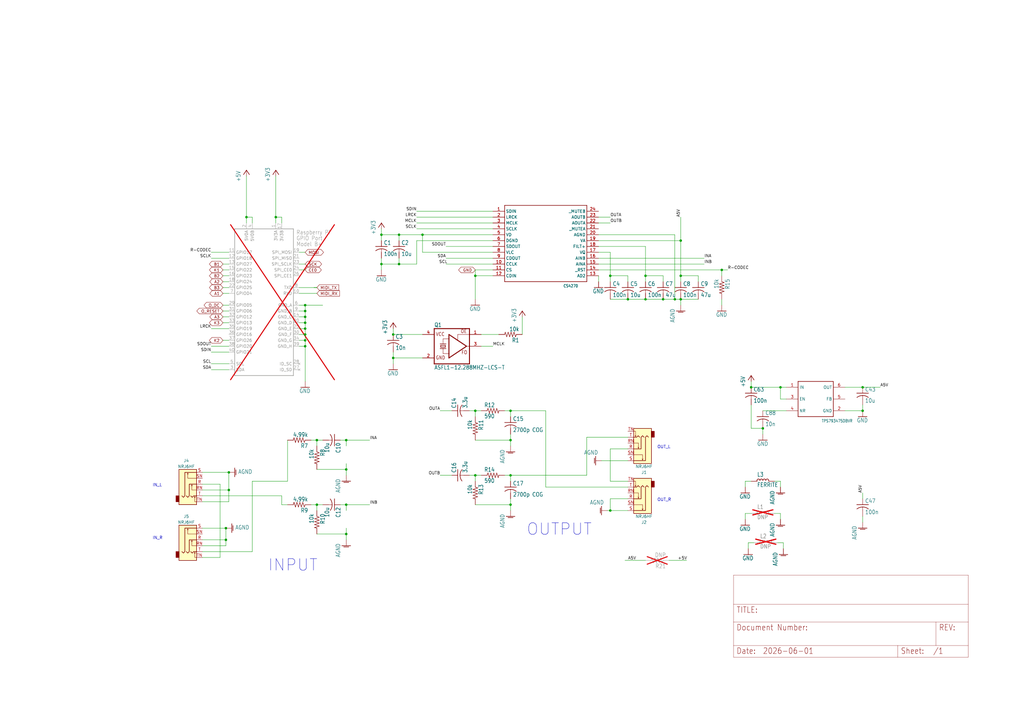
<source format=kicad_sch>
(kicad_sch (version 20250114) (generator "eeschema") (generator_version "9.0")
  (paper "User" 443.23 305.206)
  (lib_symbols
    (symbol "Connector_Audio:NRJ6HF"
      (property "Reference" "J" (at 0 11.43 0))
      (property "Value" "NRJ6HF" (at 0 8.89 0))
      (symbol "NRJ6HF_1_1"
        (pin passive line (at 5.08 5.08 180) (length 2.54) (name "~") (number "S"))
        (pin passive line (at 5.08 2.54 180) (length 2.54) (name "~") (number "SN"))
        (pin passive line (at 5.08 0 180) (length 2.54) (name "~") (number "R"))
        (pin passive line (at 5.08 -2.54 180) (length 2.54) (name "~") (number "RN"))
        (pin passive line (at 5.08 -5.08 180) (length 2.54) (name "~") (number "T"))
        (pin passive line (at 5.08 -7.62 180) (length 2.54) (name "~") (number "TN"))
      )
    )
    (symbol "norns-shield-210330-eagle-import:+3V3" (power)
      (property "Value" "+3V3" (at -2.54 -5.08 90))
      (symbol "+3V3_1_0"
        (pin power_in line (at 0 -2.54 90) (length 2.54) (name "+3V3") (number "1"))
      )
    )
    (symbol "norns-shield-210330-eagle-import:+5V" (power)
      (property "Value" "+5V" (at -2.54 -5.08 90))
      (symbol "+5V_1_0"
        (pin power_in line (at 0 -2.54 90) (length 2.54) (name "+5V") (number "1"))
      )
    )
    (symbol "norns-shield-210330-eagle-import:AGND" (power)
      (property "Value" "AGND" (at -2.54 -5.08 90))
      (symbol "AGND_1_0"
        (pin power_in line (at 0 2.54 270) (length 2.54) (name "AGND") (number "1"))
      )
    )
    (symbol "norns-shield-210330-eagle-import:ASF"
      (property "Reference" "Q" (at -7.62 8.255 0))
      (symbol "ASF_1_0"
        (text "VCC" (at -6.985 4.318 0) (effects (font (size 1.524 1.2954)) (justify left bottom)))
        (text "GND" (at -6.985 -5.842 0) (effects (font (size 1.524 1.2954)) (justify left bottom)))
        (text "OE" (at 3.81 5.588 0) (effects (font (size 1.524 1.2954)) (justify left bottom)))
        (text "FO" (at 4.064 -3.556 0) (effects (font (size 1.524 1.2954)) (justify left bottom)))
        (pin power_in line (at -12.7 5.08 0) (length 5.08) (name "VCC") (number "4"))
        (pin power_in line (at -12.7 -5.08 0) (length 5.08) (name "GND") (number "2"))
        (pin input line (at 12.7 5.08 180) (length 5.08) (name "OE") (number "1"))
        (pin output line (at 12.7 0 180) (length 5.08) (name "FO") (number "3"))
      )
    )
    (symbol "norns-shield-210330-eagle-import:C-USC0603"
      (property "Reference" "C" (at 1.016 0.635 0))
      (symbol "C-USC0603_1_0"
        (pin passive line (at 0 2.54 270) (length 2.54) (name "1") (number "1"))
        (pin passive line (at 0 -5.08 90) (length 2.54) (name "2") (number "2"))
      )
    )
    (symbol "norns-shield-210330-eagle-import:C-USC0805"
      (property "Reference" "C" (at 1.016 0.635 0))
      (symbol "C-USC0805_1_0"
        (pin passive line (at 0 2.54 270) (length 2.54) (name "1") (number "1"))
        (pin passive line (at 0 -5.08 90) (length 2.54) (name "2") (number "2"))
      )
    )
    (symbol "norns-shield-210330-eagle-import:C-USC1206"
      (property "Reference" "C" (at 1.016 0.635 0))
      (symbol "C-USC1206_1_0"
        (pin passive line (at 0 2.54 270) (length 2.54) (name "1") (number "1"))
        (pin passive line (at 0 -5.08 90) (length 2.54) (name "2") (number "2"))
      )
    )
    (symbol "norns-shield-210330-eagle-import:CS4270"
      (symbol "CS4270_1_0"
        (pin bidirectional line (at -22.86 12.7 0) (length 5.08) (name "SDIN") (number "1"))
        (pin bidirectional line (at -22.86 10.16 0) (length 5.08) (name "LRCK") (number "2"))
        (pin bidirectional line (at -22.86 7.62 0) (length 5.08) (name "MCLK") (number "3"))
        (pin bidirectional line (at -22.86 5.08 0) (length 5.08) (name "SCLK") (number "4"))
        (pin bidirectional line (at -22.86 2.54 0) (length 5.08) (name "VD") (number "5"))
        (pin bidirectional line (at -22.86 0 0) (length 5.08) (name "DGND") (number "6"))
        (pin bidirectional line (at -22.86 -2.54 0) (length 5.08) (name "SDOUT") (number "7"))
        (pin bidirectional line (at -22.86 -5.08 0) (length 5.08) (name "VLC") (number "8"))
        (pin bidirectional line (at -22.86 -7.62 0) (length 5.08) (name "CDOUT") (number "9"))
        (pin bidirectional line (at -22.86 -10.16 0) (length 5.08) (name "CCLK") (number "10"))
        (pin bidirectional line (at -22.86 -12.7 0) (length 5.08) (name "CS") (number "11"))
        (pin bidirectional line (at -22.86 -15.24 0) (length 5.08) (name "CDIN") (number "12"))
        (pin bidirectional line (at 22.86 12.7 180) (length 5.08) (name "_MUTEB") (number "24"))
        (pin bidirectional line (at 22.86 10.16 180) (length 5.08) (name "AOUTB") (number "23"))
        (pin bidirectional line (at 22.86 7.62 180) (length 5.08) (name "AOUTA") (number "22"))
        (pin bidirectional line (at 22.86 5.08 180) (length 5.08) (name "_MUTEA") (number "21"))
        (pin bidirectional line (at 22.86 2.54 180) (length 5.08) (name "AGND") (number "20"))
        (pin bidirectional line (at 22.86 0 180) (length 5.08) (name "VA") (number "19"))
        (pin bidirectional line (at 22.86 -2.54 180) (length 5.08) (name "FILT+") (number "18"))
        (pin bidirectional line (at 22.86 -5.08 180) (length 5.08) (name "VQ") (number "17"))
        (pin bidirectional line (at 22.86 -7.62 180) (length 5.08) (name "AINB") (number "16"))
        (pin bidirectional line (at 22.86 -10.16 180) (length 5.08) (name "AINA") (number "15"))
        (pin bidirectional line (at 22.86 -12.7 180) (length 5.08) (name "_RST") (number "14"))
        (pin bidirectional line (at 22.86 -15.24 180) (length 5.08) (name "AD2") (number "13"))
      )
    )
    (symbol "norns-shield-210330-eagle-import:GND" (power)
      (property "Value" "GND" (at -2.54 -2.54 0))
      (symbol "GND_1_0"
        (pin power_in line (at 0 2.54 270) (length 2.54) (name "GND") (number "1"))
      )
    )
    (symbol "norns-shield-210330-eagle-import:L_0805"
      (property "Reference" "L" (at -2.54 1.905 0))
      (symbol "L_0805_1_0"
        (pin passive line (at -5.08 0 0) (length 2.54) (name "2") (number "2"))
        (pin passive line (at 5.08 0 180) (length 2.54) (name "1") (number "1"))
      )
    )
    (symbol "norns-shield-210330-eagle-import:R-US_R0603"
      (property "Reference" "R" (at -3.81 1.4986 0))
      (symbol "R-US_R0603_1_0"
        (pin passive line (at -5.08 0 0) (length 2.54) (name "1") (number "1"))
        (pin passive line (at 5.08 0 180) (length 2.54) (name "2") (number "2"))
      )
    )
    (symbol "norns-shield-210330-eagle-import:RASPI_BOARD_B+#_E3"
      (symbol "RASPI_BOARD_B+#_E3_1_0"
        (text "Raspberry Pi" (at 13.97 22.86 0) (effects (font (size 1.778 1.5113)) (justify left bottom)))
        (text "GPIO Port" (at 13.97 20.32 0) (effects (font (size 1.778 1.5113)) (justify left bottom)))
        (text "Model B+" (at 13.97 17.78 0) (effects (font (size 1.778 1.5113)) (justify left bottom)))
        (pin bidirectional line (at -15.24 15.24 0) (length 2.54) (name "GPIO17") (number "11"))
        (pin bidirectional line (at -15.24 12.7 0) (length 2.54) (name "GPIO18") (number "12"))
        (pin bidirectional line (at -15.24 10.16 0) (length 2.54) (name "GPIO27") (number "13"))
        (pin bidirectional line (at -15.24 7.62 0) (length 2.54) (name "GPIO22") (number "15"))
        (pin bidirectional line (at -15.24 5.08 0) (length 2.54) (name "GPIO23") (number "16"))
        (pin bidirectional line (at -15.24 2.54 0) (length 2.54) (name "GPIO24") (number "18"))
        (pin bidirectional line (at -15.24 0 0) (length 2.54) (name "GPIO25") (number "22"))
        (pin bidirectional line (at -15.24 -2.54 0) (length 2.54) (name "GPIO04") (number "7"))
        (pin bidirectional line (at -15.24 -7.62 0) (length 2.54) (name "GPIO05") (number "29"))
        (pin bidirectional line (at -15.24 -10.16 0) (length 2.54) (name "GPIO06") (number "31"))
        (pin bidirectional line (at -15.24 -12.7 0) (length 2.54) (name "GPIO12") (number "32"))
        (pin bidirectional line (at -15.24 -15.24 0) (length 2.54) (name "GPIO13") (number "33"))
        (pin bidirectional line (at -15.24 -17.78 0) (length 2.54) (name "GPIO19") (number "35"))
        (pin bidirectional line (at -15.24 -20.32 0) (length 2.54) (name "GPIO16") (number "36"))
        (pin bidirectional line (at -15.24 -22.86 0) (length 2.54) (name "GPIO26") (number "37"))
        (pin bidirectional line (at -15.24 -25.4 0) (length 2.54) (name "GPIO20") (number "38"))
        (pin bidirectional line (at -15.24 -27.94 0) (length 2.54) (name "GPIO21") (number "40"))
        (pin bidirectional line (at -15.24 -33.02 0) (length 2.54) (name "SCL") (number "5"))
        (pin bidirectional line (at -15.24 -35.56 0) (length 2.54) (name "SDA") (number "3"))
        (pin power_in line (at -7.62 27.94 270) (length 2.54) (name "5V0A") (number "2"))
        (pin power_in line (at -5.08 27.94 270) (length 2.54) (name "5V0B") (number "4"))
        (pin power_in line (at 5.08 27.94 270) (length 2.54) (name "3V3A") (number "1"))
        (pin power_in line (at 7.62 27.94 270) (length 2.54) (name "3V3B") (number "17"))
        (pin bidirectional line (at 15.24 15.24 180) (length 2.54) (name "SPI_MOSI") (number "19"))
        (pin bidirectional line (at 15.24 12.7 180) (length 2.54) (name "SPI_MISO") (number "21"))
        (pin bidirectional line (at 15.24 10.16 180) (length 2.54) (name "SPI_SCLK") (number "23"))
        (pin bidirectional line (at 15.24 7.62 180) (length 2.54) (name "SPI_CE0") (number "24"))
        (pin bidirectional line (at 15.24 5.08 180) (length 2.54) (name "SPI_CE1") (number "26"))
        (pin bidirectional line (at 15.24 0 180) (length 2.54) (name "TXD") (number "8"))
        (pin bidirectional line (at 15.24 -2.54 180) (length 2.54) (name "RXD") (number "10"))
        (pin power_in line (at 15.24 -7.62 180) (length 2.54) (name "GND_A") (number "6"))
        (pin power_in line (at 15.24 -10.16 180) (length 2.54) (name "GND_B") (number "9"))
        (pin power_in line (at 15.24 -12.7 180) (length 2.54) (name "GND_C") (number "14"))
        (pin power_in line (at 15.24 -15.24 180) (length 2.54) (name "GND_D") (number "20"))
        (pin power_in line (at 15.24 -17.78 180) (length 2.54) (name "GND_E") (number "25"))
        (pin power_in line (at 15.24 -20.32 180) (length 2.54) (name "GND_F") (number "30"))
        (pin power_in line (at 15.24 -22.86 180) (length 2.54) (name "GND_G") (number "34"))
        (pin power_in line (at 15.24 -25.4 180) (length 2.54) (name "GND_H") (number "39"))
        (pin no_connect line (at 15.24 -33.02 180) (length 2.54) (name "ID_SC") (number "28"))
        (pin no_connect line (at 15.24 -35.56 180) (length 2.54) (name "ID_SD") (number "27"))
      )
    )
    (symbol "norns-shield-210330-eagle-import:SparkFun-Aesthetics_GND" (power)
      (property "Value" "SparkFun-Aesthetics_GND" (at -2.54 -2.54 0))
      (symbol "SparkFun-Aesthetics_GND_1_0"
        (pin power_in line (at 0 2.54 270) (length 2.54) (name "GND") (number "1"))
      )
    )
    (symbol "norns-shield-210330-eagle-import:TABL_L"
      (symbol "TABL_L_2_0"
        (text "TITLE:" (at 1.27 19.05 0) (effects (font (size 2.54 2.159)) (justify left bottom)))
        (text "Document Number:" (at 1.27 11.43 0) (effects (font (size 2.54 2.159)) (justify left bottom)))
        (text "Date:" (at 1.27 1.27 0) (effects (font (size 2.54 2.159)) (justify left bottom)))
        (text "${CURRENT_DATE}" (at 12.7 1.27 0) (effects (font (size 2.54 2.159)) (justify left bottom)))
        (text "${PROJECTNAME}" (at 17.78 19.05 0) (effects (font (size 2.54 2.159)) (justify left bottom)))
        (text "Sheet:" (at 72.39 1.27 0) (effects (font (size 2.54 2.159)) (justify left bottom)))
        (text "${#}/${##}" (at 86.36 1.27 0) (effects (font (size 2.54 2.159)) (justify left bottom)))
        (text "REV:" (at 88.9 11.43 0) (effects (font (size 2.54 2.159)) (justify left bottom)))
      )
    )
    (symbol "norns-shield-210330-eagle-import:TPS793"
      (symbol "TPS793_1_0"
        (pin bidirectional line (at -12.7 5.08 0) (length 5.08) (name "IN") (number "1"))
        (pin bidirectional line (at -12.7 0 0) (length 5.08) (name "EN") (number "3"))
        (pin bidirectional line (at -12.7 -5.08 0) (length 5.08) (name "NR") (number "4"))
        (pin bidirectional line (at 12.7 5.08 180) (length 5.08) (name "OUT") (number "6"))
        (pin bidirectional line (at 12.7 0 180) (length 5.08) (name "FB") (number "5"))
        (pin bidirectional line (at 12.7 -5.08 180) (length 5.08) (name "GND") (number "2"))
      )
    )
  )
  (text "OUTPUT" (at 227.838 232.156 0) (effects (font (size 5 5)) (justify left bottom)))
  (text "IN_R\n" (at 66.04 233.68 0) (effects (font (size 1.27 1.27)) (justify left bottom)))
  (text "INPUT" (at 115.824 247.65 0) (effects (font (size 5 5)) (justify left bottom)))
  (text "OUT_L" (at 284.48 194.31 0) (effects (font (size 1.27 1.27)) (justify left bottom)))
  (text "IN_L\n" (at 66.04 210.82 0) (effects (font (size 1.27 1.27)) (justify left bottom)))
  (text "OUT_R\n" (at 284.48 217.17 0) (effects (font (size 1.27 1.27)) (justify left bottom)))
  (junction (at 220.98 205.74))
  (junction (at 205.74 119.38))
  (junction (at 132.08 139.7))
  (junction (at 149.86 190.5))
  (junction (at 373.38 167.64))
  (junction (at 149.86 218.44))
  (junction (at 220.98 190.5))
  (junction (at 99.06 212.09))
  (junction (at 132.08 144.78))
  (junction (at 137.16 190.5))
  (junction (at 106.68 93.98))
  (junction (at 220.98 218.44))
  (junction (at 132.08 142.24))
  (junction (at 271.78 129.54))
  (junction (at 294.64 104.14))
  (junction (at 119.38 93.98))
  (junction (at 137.16 218.44))
  (junction (at 294.64 119.38))
  (junction (at 294.64 129.54))
  (junction (at 165.1 114.3))
  (junction (at 132.08 149.86))
  (junction (at 132.08 134.62))
  (junction (at 279.4 119.38))
  (junction (at 220.98 177.8))
  (junction (at 287.02 129.54))
  (junction (at 99.06 204.47))
  (junction (at 97.79 233.68))
  (junction (at 132.08 132.08))
  (junction (at 182.88 101.6))
  (junction (at 312.42 116.84))
  (junction (at 132.08 137.16))
  (junction (at 264.16 220.98))
  (junction (at 170.18 144.78))
  (junction (at 325.12 167.64))
  (junction (at 97.79 228.6))
  (junction (at 330.2 185.42))
  (junction (at 279.4 129.54))
  (junction (at 172.72 101.6))
  (junction (at 149.86 231.14))
  (junction (at 205.74 205.74))
  (junction (at 373.38 177.8))
  (junction (at 165.1 101.6))
  (junction (at 132.08 147.32))
  (junction (at 337.82 167.64))
  (junction (at 170.18 154.94))
  (junction (at 292.1 129.54))
  (junction (at 264.16 119.38))
  (junction (at 149.86 203.2))
  (junction (at 172.72 114.3))
  (junction (at 205.74 177.8))
  (wire (pts (xy 279.4 129.54) (xy 271.78 129.54)) (stroke (width 0.1524)))
  (wire (pts (xy 129.54 147.32) (xy 132.08 147.32)) (stroke (width 0.1524)))
  (wire (pts (xy 87.63 214.63) (xy 121.92 214.63)))
  (wire (pts (xy 264.16 119.38) (xy 271.78 119.38)) (stroke (width 0.1524)))
  (wire (pts (xy 335.28 208.28) (xy 337.82 208.28)) (stroke (width 0.1524)))
  (wire (pts (xy 236.22 177.8) (xy 236.22 210.82)) (stroke (width 0.1524)))
  (wire (pts (xy 271.78 189.23) (xy 254 189.23)))
  (wire (pts (xy 264.16 220.98) (xy 271.78 220.98)))
  (wire (pts (xy 180.34 99.06) (xy 213.36 99.06)) (stroke (width 0.1524)))
  (wire (pts (xy 262.89 220.98) (xy 264.16 220.98)))
  (wire (pts (xy 259.08 109.22) (xy 264.16 109.22)) (stroke (width 0.1524)))
  (wire (pts (xy 337.82 224.79) (xy 337.82 222.25)) (stroke (width 0.1524)))
  (wire (pts (xy 87.63 209.55) (xy 95.25 209.55)))
  (wire (pts (xy 180.34 93.98) (xy 213.36 93.98)) (stroke (width 0.1524)))
  (wire (pts (xy 87.63 217.17) (xy 99.06 217.17)))
  (wire (pts (xy 337.82 167.64) (xy 340.36 167.64)) (stroke (width 0.1524)))
  (wire (pts (xy 149.86 190.5) (xy 149.86 193.04)) (stroke (width 0.1524)))
  (wire (pts (xy 213.36 104.14) (xy 180.34 104.14)) (stroke (width 0.1524)))
  (wire (pts (xy 271.78 194.31) (xy 264.16 194.31)))
  (wire (pts (xy 121.92 93.98) (xy 121.92 96.52)) (stroke (width 0.1524)))
  (wire (pts (xy 264.16 215.9) (xy 264.16 220.98)))
  (wire (pts (xy 182.88 144.78) (xy 170.18 144.78)) (stroke (width 0.1524)))
  (wire (pts (xy 339.09 237.49) (xy 339.09 234.95)) (stroke (width 0.1524)))
  (wire (pts (xy 124.46 208.28) (xy 109.22 208.28)))
  (wire (pts (xy 373.38 215.9) (xy 373.38 213.36)) (stroke (width 0.1524)))
  (wire (pts (xy 294.64 104.14) (xy 294.64 119.38)) (stroke (width 0.1524)))
  (wire (pts (xy 180.34 104.14) (xy 180.34 114.3)) (stroke (width 0.1524)))
  (wire (pts (xy 218.44 177.8) (xy 220.98 177.8)) (stroke (width 0.1524)))
  (wire (pts (xy 96.52 132.08) (xy 99.06 132.08)) (stroke (width 0.1524)))
  (wire (pts (xy 203.2 177.8) (xy 205.74 177.8)) (stroke (width 0.1524)))
  (wire (pts (xy 279.4 119.38) (xy 279.4 121.92)) (stroke (width 0.1524)))
  (wire (pts (xy 322.58 208.28) (xy 322.58 210.82)) (stroke (width 0.1524)))
  (wire (pts (xy 236.22 210.82) (xy 271.78 210.82)))
  (wire (pts (xy 259.08 111.76) (xy 304.8 111.76)) (stroke (width 0.1524)))
  (wire (pts (xy 213.36 109.22) (xy 182.88 109.22)) (stroke (width 0.1524)))
  (wire (pts (xy 259.08 104.14) (xy 294.64 104.14)) (stroke (width 0.1524)))
  (wire (pts (xy 134.62 190.5) (xy 137.16 190.5)) (stroke (width 0.1524)))
  (wire (pts (xy 373.38 167.64) (xy 381 167.64)) (stroke (width 0.1524)))
  (wire (pts (xy 193.04 114.3) (xy 213.36 114.3)) (stroke (width 0.1524)))
  (wire (pts (xy 294.64 104.14) (xy 294.64 93.98)) (stroke (width 0.1524)))
  (wire (pts (xy 87.63 233.68) (xy 97.79 233.68)))
  (wire (pts (xy 294.64 132.08) (xy 294.64 129.54)) (stroke (width 0.1524)))
  (wire (pts (xy 340.36 177.8) (xy 330.2 177.8)) (stroke (width 0.1524)))
  (wire (pts (xy 129.54 132.08) (xy 132.08 132.08)) (stroke (width 0.1524)))
  (wire (pts (xy 147.32 218.44) (xy 149.86 218.44)) (stroke (width 0.1524)))
  (wire (pts (xy 96.52 137.16) (xy 99.06 137.16)) (stroke (width 0.1524)))
  (wire (pts (xy 287.02 119.38) (xy 287.02 121.92)) (stroke (width 0.1524)))
  (wire (pts (xy 322.58 222.25) (xy 322.58 224.79)) (stroke (width 0.1524)))
  (wire (pts (xy 129.54 144.78) (xy 132.08 144.78)) (stroke (width 0.1524)))
  (wire (pts (xy 279.4 119.38) (xy 287.02 119.38)) (stroke (width 0.1524)))
  (wire (pts (xy 172.72 101.6) (xy 165.1 101.6)) (stroke (width 0.1524)))
  (wire (pts (xy 337.82 210.82) (xy 337.82 208.28)) (stroke (width 0.1524)))
  (wire (pts (xy 97.79 228.6) (xy 97.79 233.68)))
  (wire (pts (xy 121.92 218.44) (xy 124.46 218.44)) (stroke (width 0.1524)))
  (wire (pts (xy 99.06 212.09) (xy 99.06 217.17)))
  (wire (pts (xy 149.86 228.6) (xy 149.86 231.14)) (stroke (width 0.1524)))
  (wire (pts (xy 87.63 212.09) (xy 99.06 212.09)))
  (wire (pts (xy 172.72 114.3) (xy 165.1 114.3)) (stroke (width 0.1524)))
  (wire (pts (xy 91.44 149.86) (xy 99.06 149.86)) (stroke (width 0.1524)))
  (wire (pts (xy 259.08 116.84) (xy 312.42 116.84)) (stroke (width 0.1524)))
  (wire (pts (xy 302.26 119.38) (xy 302.26 121.92)) (stroke (width 0.1524)))
  (wire (pts (xy 294.64 119.38) (xy 302.26 119.38)) (stroke (width 0.1524)))
  (wire (pts (xy 170.18 157.48) (xy 170.18 154.94)) (stroke (width 0.1524)))
  (wire (pts (xy 132.08 114.3) (xy 129.54 114.3)) (stroke (width 0.1524)))
  (wire (pts (xy 236.22 177.8) (xy 220.98 177.8)) (stroke (width 0.1524)))
  (wire (pts (xy 205.74 218.44) (xy 220.98 218.44)) (stroke (width 0.1524)))
  (wire (pts (xy 259.08 106.68) (xy 279.4 106.68)) (stroke (width 0.1524)))
  (wire (pts (xy 95.25 209.55) (xy 95.25 241.3)))
  (wire (pts (xy 365.76 167.64) (xy 373.38 167.64)) (stroke (width 0.1524)))
  (wire (pts (xy 270.51 242.57) (xy 279.4 242.57)))
  (wire (pts (xy 96.52 116.84) (xy 99.06 116.84)) (stroke (width 0.1524)))
  (wire (pts (xy 205.74 177.8) (xy 208.28 177.8)) (stroke (width 0.1524)))
  (wire (pts (xy 289.56 242.57) (xy 297.18 242.57)))
  (wire (pts (xy 365.76 177.8) (xy 373.38 177.8)) (stroke (width 0.1524)))
  (wire (pts (xy 180.34 96.52) (xy 213.36 96.52)) (stroke (width 0.1524)))
  (wire (pts (xy 330.2 185.42) (xy 325.12 185.42)) (stroke (width 0.1524)))
  (wire (pts (xy 326.39 234.95) (xy 323.85 234.95)) (stroke (width 0.1524)))
  (wire (pts (xy 205.74 190.5) (xy 220.98 190.5)) (stroke (width 0.1524)))
  (wire (pts (xy 96.52 119.38) (xy 99.06 119.38)) (stroke (width 0.1524)))
  (wire (pts (xy 132.08 134.62) (xy 132.08 137.16)) (stroke (width 0.1524)))
  (wire (pts (xy 336.55 234.95) (xy 339.09 234.95)) (stroke (width 0.1524)))
  (wire (pts (xy 129.54 137.16) (xy 132.08 137.16)) (stroke (width 0.1524)))
  (wire (pts (xy 109.22 93.98) (xy 109.22 96.52)) (stroke (width 0.1524)))
  (wire (pts (xy 132.08 149.86) (xy 132.08 165.1)) (stroke (width 0.1524)))
  (wire (pts (xy 137.16 203.2) (xy 149.86 203.2)) (stroke (width 0.1524)))
  (wire (pts (xy 149.86 231.14) (xy 149.86 233.68)) (stroke (width 0.1524)))
  (wire (pts (xy 193.04 111.76) (xy 213.36 111.76)) (stroke (width 0.1524)))
  (wire (pts (xy 109.22 238.76) (xy 87.63 238.76)))
  (wire (pts (xy 259.08 101.6) (xy 292.1 101.6)) (stroke (width 0.1524)))
  (wire (pts (xy 137.16 124.46) (xy 135.89 124.46)))
  (wire (pts (xy 325.12 222.25) (xy 322.58 222.25)) (stroke (width 0.1524)))
  (wire (pts (xy 279.4 106.68) (xy 279.4 119.38)) (stroke (width 0.1524)))
  (wire (pts (xy 137.16 193.04) (xy 137.16 190.5)) (stroke (width 0.1524)))
  (wire (pts (xy 213.36 101.6) (xy 182.88 101.6)) (stroke (width 0.1524)))
  (wire (pts (xy 264.16 208.28) (xy 271.78 208.28)))
  (wire (pts (xy 165.1 116.84) (xy 165.1 114.3)) (stroke (width 0.1524)))
  (wire (pts (xy 165.1 101.6) (xy 165.1 104.14)) (stroke (width 0.1524)))
  (wire (pts (xy 91.44 109.22) (xy 99.06 109.22)) (stroke (width 0.1524)))
  (wire (pts (xy 271.78 119.38) (xy 271.78 121.92)) (stroke (width 0.1524)))
  (wire (pts (xy 264.16 93.98) (xy 259.08 93.98)) (stroke (width 0.1524)))
  (wire (pts (xy 340.36 172.72) (xy 337.82 172.72)) (stroke (width 0.1524)))
  (wire (pts (xy 264.16 119.38) (xy 264.16 121.92)) (stroke (width 0.1524)))
  (wire (pts (xy 312.42 116.84) (xy 314.96 116.84)) (stroke (width 0.1524)))
  (wire (pts (xy 220.98 190.5) (xy 220.98 187.96)) (stroke (width 0.1524)))
  (wire (pts (xy 203.2 205.74) (xy 205.74 205.74)) (stroke (width 0.1524)))
  (wire (pts (xy 137.16 218.44) (xy 139.7 218.44)) (stroke (width 0.1524)))
  (wire (pts (xy 220.98 177.8) (xy 220.98 180.34)) (stroke (width 0.1524)))
  (wire (pts (xy 106.68 93.98) (xy 106.68 76.2)) (stroke (width 0.1524)))
  (wire (pts (xy 87.63 236.22) (xy 97.79 236.22)))
  (wire (pts (xy 190.5 205.74) (xy 195.58 205.74)) (stroke (width 0.1524)))
  (wire (pts (xy 165.1 114.3) (xy 165.1 111.76)) (stroke (width 0.1524)))
  (wire (pts (xy 137.16 231.14) (xy 149.86 231.14)) (stroke (width 0.1524)))
  (wire (pts (xy 95.25 241.3) (xy 87.63 241.3)))
  (wire (pts (xy 149.86 200.66) (xy 149.86 203.2)) (stroke (width 0.1524)))
  (wire (pts (xy 259.08 114.3) (xy 304.8 114.3)) (stroke (width 0.1524)))
  (wire (pts (xy 180.34 114.3) (xy 172.72 114.3)) (stroke (width 0.1524)))
  (wire (pts (xy 325.12 167.64) (xy 325.12 165.1)) (stroke (width 0.1524)))
  (wire (pts (xy 264.16 96.52) (xy 259.08 96.52)) (stroke (width 0.1524)))
  (wire (pts (xy 132.08 139.7) (xy 132.08 142.24)) (stroke (width 0.1524)))
  (wire (pts (xy 220.98 220.98) (xy 220.98 218.44)) (stroke (width 0.1524)))
  (wire (pts (xy 87.63 204.47) (xy 99.06 204.47)))
  (wire (pts (xy 182.88 101.6) (xy 172.72 101.6)) (stroke (width 0.1524)))
  (wire (pts (xy 119.38 93.98) (xy 119.38 76.2)) (stroke (width 0.1524)))
  (wire (pts (xy 226.06 144.78) (xy 226.06 137.16)) (stroke (width 0.1524)))
  (wire (pts (xy 121.92 214.63) (xy 121.92 218.44)) (stroke (width 0.1524)))
  (wire (pts (xy 97.79 233.68) (xy 97.79 236.22)))
  (wire (pts (xy 129.54 142.24) (xy 132.08 142.24)) (stroke (width 0.1524)))
  (wire (pts (xy 213.36 116.84) (xy 205.74 116.84)) (stroke (width 0.1524)))
  (wire (pts (xy 259.08 121.92) (xy 259.08 119.38)) (stroke (width 0.1524)))
  (wire (pts (xy 205.74 180.34) (xy 205.74 177.8)) (stroke (width 0.1524)))
  (wire (pts (xy 91.44 142.24) (xy 99.06 142.24)) (stroke (width 0.1524)))
  (wire (pts (xy 312.42 119.38) (xy 312.42 116.84)) (stroke (width 0.1524)))
  (wire (pts (xy 190.5 177.8) (xy 195.58 177.8)) (stroke (width 0.1524)))
  (wire (pts (xy 137.16 190.5) (xy 139.7 190.5)) (stroke (width 0.1524)))
  (wire (pts (xy 337.82 172.72) (xy 337.82 167.64)) (stroke (width 0.1524)))
  (wire (pts (xy 139.7 132.08) (xy 132.08 132.08)) (stroke (width 0.1524)))
  (wire (pts (xy 149.86 203.2) (xy 149.86 205.74)) (stroke (width 0.1524)))
  (wire (pts (xy 96.52 114.3) (xy 99.06 114.3)) (stroke (width 0.1524)))
  (wire (pts (xy 132.08 144.78) (xy 132.08 147.32)) (stroke (width 0.1524)))
  (wire (pts (xy 205.74 119.38) (xy 205.74 129.54)) (stroke (width 0.1524)))
  (wire (pts (xy 119.38 93.98) (xy 121.92 93.98)) (stroke (width 0.1524)))
  (wire (pts (xy 172.72 104.14) (xy 172.72 101.6)) (stroke (width 0.1524)))
  (wire (pts (xy 373.38 177.8) (xy 373.38 175.26)) (stroke (width 0.1524)))
  (wire (pts (xy 129.54 139.7) (xy 132.08 139.7)) (stroke (width 0.1524)))
  (wire (pts (xy 287.02 129.54) (xy 292.1 129.54)) (stroke (width 0.1524)))
  (wire (pts (xy 260.35 199.39) (xy 271.78 199.39)))
  (wire (pts (xy 99.06 204.47) (xy 99.06 212.09)))
  (wire (pts (xy 180.34 91.44) (xy 213.36 91.44)) (stroke (width 0.1524)))
  (wire (pts (xy 91.44 111.76) (xy 99.06 111.76)) (stroke (width 0.1524)))
  (wire (pts (xy 271.78 215.9) (xy 264.16 215.9)))
  (wire (pts (xy 149.86 218.44) (xy 160.02 218.44)) (stroke (width 0.1524)))
  (wire (pts (xy 205.74 208.28) (xy 205.74 205.74)) (stroke (width 0.1524)))
  (wire (pts (xy 170.18 154.94) (xy 170.18 152.4)) (stroke (width 0.1524)))
  (wire (pts (xy 132.08 132.08) (xy 132.08 134.62)) (stroke (width 0.1524)))
  (wire (pts (xy 312.42 132.08) (xy 312.42 129.54)) (stroke (width 0.1524)))
  (wire (pts (xy 132.08 109.22) (xy 129.54 109.22)) (stroke (width 0.1524)))
  (wire (pts (xy 330.2 187.96) (xy 330.2 185.42)) (stroke (width 0.1524)))
  (wire (pts (xy 96.52 134.62) (xy 99.06 134.62)) (stroke (width 0.1524)))
  (wire (pts (xy 132.08 137.16) (xy 132.08 139.7)) (stroke (width 0.1524)))
  (wire (pts (xy 147.32 190.5) (xy 149.86 190.5)) (stroke (width 0.1524)))
  (wire (pts (xy 119.38 93.98) (xy 119.38 96.52)) (stroke (width 0.1524)))
  (wire (pts (xy 129.54 134.62) (xy 132.08 134.62)) (stroke (width 0.1524)))
  (wire (pts (xy 325.12 185.42) (xy 325.12 175.26)) (stroke (width 0.1524)))
  (wire (pts (xy 96.52 127) (xy 99.06 127)) (stroke (width 0.1524)))
  (wire (pts (xy 96.52 147.32) (xy 99.06 147.32)) (stroke (width 0.1524)))
  (wire (pts (xy 129.54 149.86) (xy 132.08 149.86)) (stroke (width 0.1524)))
  (wire (pts (xy 132.08 147.32) (xy 132.08 149.86)) (stroke (width 0.1524)))
  (wire (pts (xy 287.02 129.54) (xy 279.4 129.54)) (stroke (width 0.1524)))
  (wire (pts (xy 220.98 205.74) (xy 220.98 208.28)) (stroke (width 0.1524)))
  (wire (pts (xy 91.44 152.4) (xy 99.06 152.4)) (stroke (width 0.1524)))
  (wire (pts (xy 129.54 124.46) (xy 137.16 124.46)) (stroke (width 0.1524)))
  (wire (pts (xy 137.16 127) (xy 129.54 127)) (stroke (width 0.1524)))
  (wire (pts (xy 106.68 93.98) (xy 106.68 96.52)) (stroke (width 0.1524)))
  (wire (pts (xy 124.46 190.5) (xy 124.46 208.28)))
  (wire (pts (xy 220.98 193.04) (xy 220.98 190.5)) (stroke (width 0.1524)))
  (wire (pts (xy 220.98 205.74) (xy 254 205.74)) (stroke (width 0.1524)))
  (wire (pts (xy 271.78 129.54) (xy 264.16 129.54)) (stroke (width 0.1524)))
  (wire (pts (xy 149.86 218.44) (xy 149.86 220.98)) (stroke (width 0.1524)))
  (wire (pts (xy 182.88 109.22) (xy 182.88 101.6)) (stroke (width 0.1524)))
  (wire (pts (xy 91.44 157.48) (xy 99.06 157.48)) (stroke (width 0.1524)))
  (wire (pts (xy 208.28 149.86) (xy 213.36 149.86)) (stroke (width 0.1524)))
  (wire (pts (xy 264.16 194.31) (xy 264.16 208.28)))
  (wire (pts (xy 96.52 124.46) (xy 99.06 124.46)) (stroke (width 0.1524)))
  (wire (pts (xy 106.68 93.98) (xy 109.22 93.98)) (stroke (width 0.1524)))
  (wire (pts (xy 193.04 106.68) (xy 213.36 106.68)) (stroke (width 0.1524)))
  (wire (pts (xy 96.52 139.7) (xy 99.06 139.7)) (stroke (width 0.1524)))
  (wire (pts (xy 165.1 99.06) (xy 165.1 101.6)) (stroke (width 0.1524)))
  (wire (pts (xy 373.38 226.06) (xy 373.38 223.52)) (stroke (width 0.1524)))
  (wire (pts (xy 91.44 160.02) (xy 99.06 160.02)) (stroke (width 0.1524)))
  (wire (pts (xy 302.26 129.54) (xy 294.64 129.54)) (stroke (width 0.1524)))
  (wire (pts (xy 205.74 205.74) (xy 208.28 205.74)) (stroke (width 0.1524)))
  (wire (pts (xy 87.63 228.6) (xy 97.79 228.6)))
  (wire (pts (xy 220.98 218.44) (xy 220.98 215.9)) (stroke (width 0.1524)))
  (wire (pts (xy 96.52 121.92) (xy 99.06 121.92)) (stroke (width 0.1524)))
  (wire (pts (xy 335.28 222.25) (xy 337.82 222.25)) (stroke (width 0.1524)))
  (wire (pts (xy 134.62 218.44) (xy 137.16 218.44)) (stroke (width 0.1524)))
  (wire (pts (xy 218.44 205.74) (xy 220.98 205.74)) (stroke (width 0.1524)))
  (wire (pts (xy 205.74 119.38) (xy 213.36 119.38)) (stroke (width 0.1524)))
  (wire (pts (xy 325.12 208.28) (xy 322.58 208.28)) (stroke (width 0.1524)))
  (wire (pts (xy 254 189.23) (xy 254 205.74)))
  (wire (pts (xy 325.12 167.64) (xy 337.82 167.64)) (stroke (width 0.1524)))
  (wire (pts (xy 215.9 144.78) (xy 208.28 144.78)) (stroke (width 0.1524)))
  (wire (pts (xy 172.72 111.76) (xy 172.72 114.3)) (stroke (width 0.1524)))
  (wire (pts (xy 109.22 208.28) (xy 109.22 238.76)))
  (wire (pts (xy 323.85 234.95) (xy 323.85 237.49)) (stroke (width 0.1524)))
  (wire (pts (xy 137.16 220.98) (xy 137.16 218.44)) (stroke (width 0.1524)))
  (wire (pts (xy 149.86 190.5) (xy 160.02 190.5)) (stroke (width 0.1524)))
  (wire (pts (xy 132.08 142.24) (xy 132.08 144.78)) (stroke (width 0.1524)))
  (wire (pts (xy 292.1 101.6) (xy 292.1 129.54)) (stroke (width 0.1524)))
  (wire (pts (xy 264.16 109.22) (xy 264.16 119.38)) (stroke (width 0.1524)))
  (wire (pts (xy 170.18 144.78) (xy 170.18 142.24)) (stroke (width 0.1524)))
  (wire (pts (xy 292.1 129.54) (xy 294.64 129.54)) (stroke (width 0.1524)))
  (wire (pts (xy 132.08 116.84) (xy 129.54 116.84)) (stroke (width 0.1524)))
  (wire (pts (xy 205.74 116.84) (xy 205.74 119.38)) (stroke (width 0.1524)))
  (wire (pts (xy 294.64 119.38) (xy 294.64 121.92)) (stroke (width 0.1524)))
  (wire (pts (xy 182.88 154.94) (xy 170.18 154.94)) (stroke (width 0.1524)))
  (label "SCLK" (at 91.44 111.76 180) (effects (font (size 1.2446 1.2446))))
  (label "SDA" (at 91.44 160.02 180) (effects (font (size 1.2446 1.2446))))
  (label "+5V" (at 293.37 242.57 0))
  (label "LRCK" (at 180.34 93.98 180) (effects (font (size 1.2446 1.2446))))
  (label "A5V" (at 373.38 213.36 90) (effects (font (size 1.2446 1.2446))))
  (label "SDIN" (at 180.34 91.44 180) (effects (font (size 1.2446 1.2446))))
  (label "A5V" (at 294.64 93.98 90) (effects (font (size 1.2446 1.2446))))
  (label "A5V" (at 271.78 242.57 0))
  (label "INA" (at 304.8 111.76 0) (effects (font (size 1.2446 1.2446))))
  (label "OUTA" (at 264.16 93.98 0) (effects (font (size 1.2446 1.2446))))
  (label "INB" (at 304.8 114.3 0) (effects (font (size 1.2446 1.2446))))
  (label "SDOUT" (at 193.04 106.68 180) (effects (font (size 1.2446 1.2446))))
  (label "A5V" (at 381 167.64 0) (effects (font (size 1.2446 1.2446))))
  (label "SDA" (at 193.04 111.76 180) (effects (font (size 1.2446 1.2446))))
  (label "MCLK" (at 213.36 149.86 0) (effects (font (size 1.2446 1.2446))))
  (label "INB" (at 160.02 218.44 0) (effects (font (size 1.2446 1.2446))))
  (label "SDOUT" (at 91.44 149.86 180) (effects (font (size 1.2446 1.2446))))
  (label "R-CODEC" (at 314.96 116.84 0) (effects (font (size 1.2446 1.2446))))
  (label "SCL" (at 91.44 157.48 180) (effects (font (size 1.2446 1.2446))))
  (label "R-CODEC" (at 91.44 109.22 180) (effects (font (size 1.2446 1.2446))))
  (label "SCL" (at 193.675 114.3 180) (effects (font (size 1.2446 1.2446))))
  (label "OUTB" (at 264.16 96.52 0) (effects (font (size 1.2446 1.2446))))
  (label "MCLK" (at 180.34 96.52 180) (effects (font (size 1.2446 1.2446))))
  (label "OUTA" (at 190.5 177.8 180) (effects (font (size 1.2446 1.2446))))
  (label "LRCK" (at 91.44 142.24 180) (effects (font (size 1.2446 1.2446))))
  (label "INA" (at 160.02 190.5 0) (effects (font (size 1.2446 1.2446))))
  (label "OUTB" (at 190.5 205.74 180) (effects (font (size 1.2446 1.2446))))
  (label "SCLK" (at 180.34 99.06 180) (effects (font (size 1.2446 1.2446))))
  (label "SDIN" (at 91.44 152.4 180) (effects (font (size 1.2446 1.2446))))
  (global_label "O_RESET" (shape bidirectional) (at 96.52 134.62 180) (effects (font (size 1.2446 1.2446))) (property "Intersheetrefs" "${INTERSHEET_REFS}" (effects (hide yes))))
  (global_label "B3" (shape bidirectional) (at 96.52 124.46 180) (effects (font (size 1.2446 1.2446))) (property "Intersheetrefs" "${INTERSHEET_REFS}" (effects (hide yes))))
  (global_label "O_DC" (shape bidirectional) (at 96.52 132.08 180) (effects (font (size 1.2446 1.2446))) (property "Intersheetrefs" "${INTERSHEET_REFS}" (effects (hide yes))))
  (global_label "A2" (shape bidirectional) (at 96.52 121.92 180) (effects (font (size 1.2446 1.2446))) (property "Intersheetrefs" "${INTERSHEET_REFS}" (effects (hide yes))))
  (global_label "MOSI" (shape bidirectional) (at 132.08 109.22 0) (effects (font (size 1.2446 1.2446))) (property "Intersheetrefs" "${INTERSHEET_REFS}" (effects (hide yes))))
  (global_label "B1" (shape bidirectional) (at 96.52 114.3 180) (effects (font (size 1.2446 1.2446))) (property "Intersheetrefs" "${INTERSHEET_REFS}" (effects (hide yes))))
  (global_label "CE0" (shape bidirectional) (at 132.08 116.84 0) (effects (font (size 1.2446 1.2446))) (property "Intersheetrefs" "${INTERSHEET_REFS}" (effects (hide yes))))
  (global_label "MIDI_TX" (shape input) (at 137.16 124.46 0) (property "Intersheetrefs" "${INTERSHEET_REFS}" (effects (hide yes))))
  (global_label "K3" (shape bidirectional) (at 96.52 139.7 180) (effects (font (size 1.2446 1.2446))) (property "Intersheetrefs" "${INTERSHEET_REFS}" (effects (hide yes))))
  (global_label "K2" (shape bidirectional) (at 96.52 147.32 180) (effects (font (size 1.2446 1.2446))) (property "Intersheetrefs" "${INTERSHEET_REFS}" (effects (hide yes))))
  (global_label "K1" (shape bidirectional) (at 96.52 116.84 180) (effects (font (size 1.2446 1.2446))) (property "Intersheetrefs" "${INTERSHEET_REFS}" (effects (hide yes))))
  (global_label "A1" (shape bidirectional) (at 96.52 127 180) (effects (font (size 1.2446 1.2446))) (property "Intersheetrefs" "${INTERSHEET_REFS}" (effects (hide yes))))
  (global_label "A3" (shape bidirectional) (at 96.52 137.16 180) (effects (font (size 1.2446 1.2446))) (property "Intersheetrefs" "${INTERSHEET_REFS}" (effects (hide yes))))
  (global_label "SCK" (shape bidirectional) (at 132.08 114.3 0) (effects (font (size 1.2446 1.2446))) (property "Intersheetrefs" "${INTERSHEET_REFS}" (effects (hide yes))))
  (global_label "B2" (shape bidirectional) (at 96.52 119.38 180) (effects (font (size 1.2446 1.2446))) (property "Intersheetrefs" "${INTERSHEET_REFS}" (effects (hide yes))))
  (global_label "MIDI_RX" (shape input) (at 137.16 127 0) (property "Intersheetrefs" "${INTERSHEET_REFS}" (effects (hide yes))))
  (global_label "GND" (shape bidirectional) (at 205.74 116.84 180) (effects (font (size 1.2446 1.2446))) (property "Intersheetrefs" "${INTERSHEET_REFS}" (effects (hide yes))))
  (symbol (lib_id "norns-shield-210330-eagle-import:R-US_R0603") (at 205.74 213.36 270) (unit 1)
    (property "Reference" "R13" (at 207.2386 209.55 0) (effects (font (size 1.778 1.5113)) (justify left bottom)))
    (property "Value" "10k" (at 202.438 209.55 0) (effects (font (size 1.778 1.5113)) (justify left bottom)))
    (property "Footprint" "ShieldXL:R0603" (effects (hide yes)))
  )
  (symbol (lib_id "norns-shield-210330-eagle-import:+3V3") (at 119.38 73.66 0) (unit 1)
    (property "Reference" "#+3V01" (effects (hide yes)))
    (property "Value" "+3V3" (at 116.84 78.74 90) (effects (font (size 1.778 1.5113)) (justify left bottom)))
  )
  (symbol (lib_id "norns-shield-210330-eagle-import:C-USC0805") (at 198.12 177.8 90) (unit 1)
    (property "Reference" "C14" (at 197.485 176.784 0) (effects (font (size 1.778 1.5113)) (justify left bottom)))
    (property "Value" "3.3u" (at 202.311 176.784 0) (effects (font (size 1.778 1.5113)) (justify left bottom)))
    (property "Footprint" "ShieldXL:C0805" (effects (hide yes)))
  )
  (symbol (lib_id "norns-shield-210330-eagle-import:AGND") (at 220.98 223.52 0) (unit 1)
    (property "Reference" "#AGND07" (effects (hide yes)))
    (property "Value" "AGND" (at 218.44 228.6 90) (effects (font (size 1.778 1.5113)) (justify left bottom)))
  )
  (symbol (lib_id "norns-shield-210330-eagle-import:+3V3") (at 165.1 96.52 0) (unit 1)
    (property "Reference" "#+3V02" (effects (hide yes)))
    (property "Value" "+3V3" (at 162.56 101.6 90) (effects (font (size 1.778 1.5113)) (justify left bottom)))
  )
  (symbol (lib_id "norns-shield-210330-eagle-import:AGND") (at 337.82 213.36 0) (unit 1)
    (property "Reference" "#AGND09" (effects (hide yes)))
    (property "Value" "AGND" (at 335.28 218.44 90) (effects (font (size 1.778 1.5113)) (justify left bottom)))
  )
  (symbol (lib_id "norns-shield-210330-eagle-import:TABL_L") (at 317.5 284.48 0) (unit 2)
    (property "Reference" "#FRAME1" (effects (hide yes)))
    (property "Value" "TABL_L" (effects (hide yes)))
  )
  (symbol (lib_id "Connector_Audio:NRJ6HF") (at 276.86 194.31 180) (unit 1)
    (property "Reference" "J1" (at 278.765 204.47 0))
    (property "Value" "NRJ6HF" (at 278.765 201.93 0))
    (property "Footprint" "ShieldXL:Jack_6.35mm_Neutrik_NRJ6HF_Horizontal" (effects (hide yes)))
    (property "Datasheet" "https://www.neutrik.com/en/product/nrj6hf" (effects (hide yes)))
  )
  (symbol (lib_id "norns-shield-210330-eagle-import:AGND") (at 100.33 228.6 90) (unit 1)
    (property "Reference" "#AGND010" (effects (hide yes)))
    (property "Value" "AGND" (at 107.95 227.33 90) (effects (font (size 1.778 1.5113)) (justify left bottom)))
  )
  (symbol (lib_id "norns-shield-210330-eagle-import:AGND") (at 149.86 208.28 0) (unit 1)
    (property "Reference" "#AGND04" (effects (hide yes)))
    (property "Value" "AGND" (at 147.32 213.36 90) (effects (font (size 1.778 1.5113)) (justify left bottom)))
  )
  (symbol (lib_id "norns-shield-210330-eagle-import:SparkFun-Aesthetics_GND") (at 323.85 240.03 0) (unit 1)
    (property "Reference" "#GND09" (effects (hide yes)))
    (property "Value" "GND" (at 321.31 242.57 0) (effects (font (size 1.778 1.5113)) (justify left bottom)))
  )
  (symbol (lib_id "norns-shield-210330-eagle-import:+5V") (at 325.12 162.56 0) (unit 1)
    (property "Reference" "#P+03" (effects (hide yes)))
    (property "Value" "+5V" (at 322.58 167.64 90) (effects (font (size 1.778 1.5113)) (justify left bottom)))
  )
  (symbol (lib_id "norns-shield-210330-eagle-import:C-USC0805") (at 144.78 218.44 270) (unit 1)
    (property "Reference" "C12" (at 145.415 219.456 0) (effects (font (size 1.778 1.5113)) (justify left bottom)))
    (property "Value" "10u" (at 140.589 219.456 0) (effects (font (size 1.778 1.5113)) (justify left bottom)))
    (property "Footprint" "ShieldXL:C0805" (effects (hide yes)))
  )
  (symbol (lib_id "norns-shield-210330-eagle-import:C-USC0805") (at 271.78 124.46 0) (unit 1)
    (property "Reference" "C5" (at 272.796 123.825 0) (effects (font (size 1.778 1.5113)) (justify left bottom)))
    (property "Value" "10u" (at 272.796 128.651 0) (effects (font (size 1.778 1.5113)) (justify left bottom)))
    (property "Footprint" "ShieldXL:C0805" (effects (hide yes)))
  )
  (symbol (lib_id "norns-shield-210330-eagle-import:C-USC0603") (at 373.38 218.44 0) (unit 1)
    (property "Reference" "C47" (at 374.396 217.805 0) (effects (font (size 1.778 1.5113)) (justify left bottom)))
    (property "Value" "100n" (at 374.396 222.631 0) (effects (font (size 1.778 1.5113)) (justify left bottom)))
    (property "Footprint" "ShieldXL:C0603" (effects (hide yes)))
  )
  (symbol (lib_id "norns-shield-210330-eagle-import:C-USC0805") (at 373.38 170.18 0) (unit 1)
    (property "Reference" "C43" (at 374.396 169.545 0) (effects (font (size 1.778 1.5113)) (justify left bottom)))
    (property "Value" "10u" (at 374.396 174.371 0) (effects (font (size 1.778 1.5113)) (justify left bottom)))
    (property "Footprint" "ShieldXL:C0805" (effects (hide yes)))
  )
  (symbol (lib_id "norns-shield-210330-eagle-import:R-US_R0603") (at 129.54 190.5 180) (unit 1)
    (property "Reference" "R7" (at 133.35 191.9986 0) (effects (font (size 1.778 1.5113)) (justify left bottom)))
    (property "Value" "4.99k" (at 133.35 187.198 0) (effects (font (size 1.778 1.5113)) (justify left bottom)))
    (property "Footprint" "ShieldXL:R0603" (effects (hide yes)))
  )
  (symbol (lib_id "norns-shield-210330-eagle-import:ASF") (at 195.58 149.86 0) (unit 1)
    (property "Reference" "Q1" (at 187.96 141.605 0) (effects (font (size 1.778 1.5113)) (justify left bottom)))
    (property "Value" "ASFL1-12.288MHZ-LCS-T" (at 187.96 160.02 0) (effects (font (size 1.778 1.5113)) (justify left bottom)))
    (property "Footprint" "ShieldXL:ASF" (effects (hide yes)))
  )
  (symbol (lib_id "norns-shield-210330-eagle-import:AGND") (at 220.98 195.58 0) (unit 1)
    (property "Reference" "#AGND06" (effects (hide yes)))
    (property "Value" "AGND" (at 218.44 200.66 90) (effects (font (size 1.778 1.5113)) (justify left bottom)))
  )
  (symbol (lib_id "norns-shield-210330-eagle-import:GND") (at 170.18 160.02 0) (unit 1)
    (property "Reference" "#GND03" (effects (hide yes)))
    (property "Value" "GND" (at 167.64 162.56 0) (effects (font (size 1.778 1.5113)) (justify left bottom)))
  )
  (symbol (lib_id "norns-shield-210330-eagle-import:AGND") (at 101.6 204.47 90) (unit 1)
    (property "Reference" "#AGND08" (effects (hide yes)))
    (property "Value" "AGND" (at 109.22 203.2 90) (effects (font (size 1.778 1.5113)) (justify left bottom)))
  )
  (symbol (lib_id "norns-shield-210330-eagle-import:C-USC1206") (at 287.02 124.46 0) (unit 1)
    (property "Reference" "C7" (at 288.036 123.825 0) (effects (font (size 1.778 1.5113)) (justify left bottom)))
    (property "Value" "47u" (at 288.036 128.651 0) (effects (font (size 1.778 1.5113)) (justify left bottom)))
    (property "Footprint" "ShieldXL:C1206" (effects (hide yes)))
  )
  (symbol (lib_id "norns-shield-210330-eagle-import:R-US_R0603") (at 312.42 124.46 270) (unit 1)
    (property "Reference" "R15" (at 313.9186 120.65 0) (effects (font (size 1.778 1.5113)) (justify left bottom)))
    (property "Value" "10k" (at 309.118 120.65 0) (effects (font (size 1.778 1.5113)) (justify left bottom)))
    (property "Footprint" "ShieldXL:R0603" (effects (hide yes)))
  )
  (symbol (lib_id "Connector_Audio:NRJ6HF") (at 276.86 215.9 180) (unit 1)
    (property "Reference" "J2" (at 278.765 226.06 0))
    (property "Value" "NRJ6HF" (at 278.765 223.52 0))
    (property "Footprint" "ShieldXL:Jack_6.35mm_Neutrik_NRJ6HF_Horizontal" (effects (hide yes)))
    (property "Datasheet" "https://www.neutrik.com/en/product/nrj6hf" (effects (hide yes)))
  )
  (symbol (lib_id "norns-shield-210330-eagle-import:GND") (at 205.74 132.08 0) (unit 1)
    (property "Reference" "#GND04" (effects (hide yes)))
    (property "Value" "GND" (at 203.2 134.62 0) (effects (font (size 1.778 1.5113)) (justify left bottom)))
  )
  (symbol (lib_id "norns-shield-210330-eagle-import:C-USC0603") (at 170.18 147.32 0) (unit 1)
    (property "Reference" "C3" (at 171.196 146.685 0) (effects (font (size 1.778 1.5113)) (justify left bottom)))
    (property "Value" "10n" (at 171.196 151.511 0) (effects (font (size 1.778 1.5113)) (justify left bottom)))
    (property "Footprint" "ShieldXL:C0603" (effects (hide yes)))
  )
  (symbol (lib_id "norns-shield-210330-eagle-import:GND") (at 330.2 190.5 0) (unit 1)
    (property "Reference" "#GND067" (effects (hide yes)))
    (property "Value" "GND" (at 327.66 193.04 0) (effects (font (size 1.778 1.5113)) (justify left bottom)))
  )
  (symbol (lib_id "norns-shield-210330-eagle-import:GND") (at 165.1 119.38 0) (unit 1)
    (property "Reference" "#GND02" (effects (hide yes)))
    (property "Value" "GND" (at 162.56 121.92 0) (effects (font (size 1.778 1.5113)) (justify left bottom)))
  )
  (symbol (lib_id "norns-shield-210330-eagle-import:R-US_R0603") (at 284.48 242.57 180) (unit 1) (dnp yes)
    (property "Reference" "R21" (at 288.29 244.0686 0) (effects (font (size 1.778 1.5113)) (justify left bottom)))
    (property "Value" "DNP" (at 288.29 239.268 0) (effects (font (size 1.778 1.5113)) (justify left bottom)))
    (property "Footprint" "ShieldXL:R0603" (effects (hide yes)))
  )
  (symbol (lib_id "norns-shield-210330-eagle-import:L_0805") (at 330.2 222.25 0) (unit 1) (dnp yes)
    (property "Reference" "L1" (at 327.66 220.345 0) (effects (font (size 1.778 1.5113)) (justify left bottom)))
    (property "Value" "DNP" (at 327.66 224.79 0) (effects (font (size 1.778 1.5113)) (justify left bottom)))
    (property "Footprint" "ShieldXL:L0805" (effects (hide yes)))
  )
  (symbol (lib_id "norns-shield-210330-eagle-import:R-US_R0603") (at 137.16 226.06 270) (unit 1)
    (property "Reference" "R10" (at 138.6586 222.25 0) (effects (font (size 1.778 1.5113)) (justify left bottom)))
    (property "Value" "10k" (at 133.858 222.25 0) (effects (font (size 1.778 1.5113)) (justify left bottom)))
    (property "Footprint" "ShieldXL:R0603" (effects (hide yes)))
  )
  (symbol (lib_id "norns-shield-210330-eagle-import:GND") (at 373.38 180.34 0) (unit 1)
    (property "Reference" "#GND068" (effects (hide yes)))
    (property "Value" "GND" (at 370.84 182.88 0) (effects (font (size 1.778 1.5113)) (justify left bottom)))
  )
  (symbol (lib_id "Connector_Audio:NRJ6HF") (at 82.55 209.55 0) (unit 1)
    (property "Reference" "J4" (at 80.645 199.39 0))
    (property "Value" "NRJ6HF" (at 80.645 201.93 0))
    (property "Footprint" "ShieldXL:Jack_6.35mm_Neutrik_NRJ6HF_Horizontal" (effects (hide yes)))
    (property "Datasheet" "https://www.neutrik.com/en/product/nrj6hf" (effects (hide yes)))
  )
  (symbol (lib_id "norns-shield-210330-eagle-import:C-USC0805") (at 172.72 106.68 0) (unit 1)
    (property "Reference" "C2" (at 173.736 106.045 0) (effects (font (size 1.778 1.5113)) (justify left bottom)))
    (property "Value" "10u" (at 173.736 110.871 0) (effects (font (size 1.778 1.5113)) (justify left bottom)))
    (property "Footprint" "ShieldXL:C0805" (effects (hide yes)))
  )
  (symbol (lib_id "norns-shield-210330-eagle-import:GND") (at 312.42 134.62 0) (unit 1)
    (property "Reference" "#GND05" (effects (hide yes)))
    (property "Value" "GND" (at 309.88 137.16 0) (effects (font (size 1.778 1.5113)) (justify left bottom)))
  )
  (symbol (lib_id "norns-shield-210330-eagle-import:C-USC0603") (at 220.98 210.82 0) (unit 1)
    (property "Reference" "C17" (at 221.996 210.185 0) (effects (font (size 1.778 1.5113)) (justify left bottom)))
    (property "Value" "2700p COG" (at 221.996 215.011 0) (effects (font (size 1.778 1.5113)) (justify left bottom)))
    (property "Footprint" "ShieldXL:C0603" (effects (hide yes)))
  )
  (symbol (lib_id "norns-shield-210330-eagle-import:AGND") (at 257.81 199.39 270) (unit 1)
    (property "Reference" "#AGND013" (effects (hide yes)))
    (property "Value" "AGND" (at 252.73 196.85 90) (effects (font (size 1.778 1.5113)) (justify left bottom)))
  )
  (symbol (lib_id "norns-shield-210330-eagle-import:+5V") (at 106.68 73.66 0) (unit 1)
    (property "Reference" "#P+01" (effects (hide yes)))
    (property "Value" "+5V" (at 104.14 78.74 90) (effects (font (size 1.778 1.5113)) (justify left bottom)))
  )
  (symbol (lib_id "norns-shield-210330-eagle-import:SparkFun-Aesthetics_GND") (at 322.58 227.33 0) (unit 1)
    (property "Reference" "#GND08" (effects (hide yes)))
    (property "Value" "GND" (at 320.04 229.87 0) (effects (font (size 1.778 1.5113)) (justify left bottom)))
  )
  (symbol (lib_id "norns-shield-210330-eagle-import:GND") (at 132.08 167.64 0) (unit 1)
    (property "Reference" "#GND01" (effects (hide yes)))
    (property "Value" "GND" (at 129.54 170.18 0) (effects (font (size 1.778 1.5113)) (justify left bottom)))
  )
  (symbol (lib_id "Connector_Audio:NRJ6HF") (at 82.55 233.68 0) (unit 1)
    (property "Reference" "J5" (at 80.645 223.52 0))
    (property "Value" "NRJ6HF" (at 80.645 226.06 0))
    (property "Footprint" "ShieldXL:Jack_6.35mm_Neutrik_NRJ6HF_Horizontal" (effects (hide yes)))
    (property "Datasheet" "https://www.neutrik.com/en/product/nrj6hf" (effects (hide yes)))
  )
  (symbol (lib_id "norns-shield-210330-eagle-import:+3V3") (at 226.06 134.62 0) (unit 1)
    (property "Reference" "#+3V04" (effects (hide yes)))
    (property "Value" "+3V3" (at 223.52 139.7 90) (effects (font (size 1.778 1.5113)) (justify left bottom)))
  )
  (symbol (lib_id "norns-shield-210330-eagle-import:R-US_R0603") (at 205.74 185.42 270) (unit 1)
    (property "Reference" "R11" (at 207.2386 181.61 0) (effects (font (size 1.778 1.5113)) (justify left bottom)))
    (property "Value" "10k" (at 202.438 181.61 0) (effects (font (size 1.778 1.5113)) (justify left bottom)))
    (property "Footprint" "ShieldXL:R0603" (effects (hide yes)))
  )
  (symbol (lib_id "norns-shield-210330-eagle-import:CS4270") (at 236.22 104.14 0) (unit 1)
    (property "Reference" "U1" (effects (hide yes)))
    (property "Value" "CS4270" (at 243.84 124.46 0) (effects (font (size 1.27 1.0795)) (justify left bottom)))
    (property "Footprint" "ShieldXL:TSSOP24" (effects (hide yes)))
  )
  (symbol (lib_id "norns-shield-210330-eagle-import:RASPI_BOARD_B+#_E3") (at 114.3 124.46 0) (unit 1) (dnp yes)
    (property "Reference" "X1" (effects (hide yes)))
    (property "Value" "RASPI_BOARD_B+#_E3" (effects (hide yes)))
    (property "Footprint" "ShieldXL:RASPI_BOARD_B+_EDGES_3DRILL" (effects (hide yes)))
  )
  (symbol (lib_id "norns-shield-210330-eagle-import:C-USC0603") (at 165.1 106.68 0) (unit 1)
    (property "Reference" "C1" (at 166.116 106.045 0) (effects (font (size 1.778 1.5113)) (justify left bottom)))
    (property "Value" "100n" (at 166.116 110.871 0) (effects (font (size 1.778 1.5113)) (justify left bottom)))
    (property "Footprint" "ShieldXL:C0603" (effects (hide yes)))
  )
  (symbol (lib_id "norns-shield-210330-eagle-import:GND") (at 259.08 124.46 0) (unit 1)
    (property "Reference" "#GND07" (effects (hide yes)))
    (property "Value" "GND" (at 256.54 127 0) (effects (font (size 1.778 1.5113)) (justify left bottom)))
  )
  (symbol (lib_id "norns-shield-210330-eagle-import:C-USC0603") (at 330.2 180.34 0) (unit 1)
    (property "Reference" "C88" (at 331.216 179.705 0) (effects (font (size 1.778 1.5113)) (justify left bottom)))
    (property "Value" "10n" (at 331.216 184.531 0) (effects (font (size 1.778 1.5113)) (justify left bottom)))
    (property "Footprint" "ShieldXL:C0603" (effects (hide yes)))
  )
  (symbol (lib_id "norns-shield-210330-eagle-import:AGND") (at 260.35 220.98 270) (unit 1)
    (property "Reference" "#AGND012" (effects (hide yes)))
    (property "Value" "AGND" (at 255.27 218.44 90) (effects (font (size 1.778 1.5113)) (justify left bottom)))
  )
  (symbol (lib_id "norns-shield-210330-eagle-import:C-USC1206") (at 302.26 124.46 0) (unit 1)
    (property "Reference" "C9" (at 303.276 123.825 0) (effects (font (size 1.778 1.5113)) (justify left bottom)))
    (property "Value" "47u" (at 303.276 128.651 0) (effects (font (size 1.778 1.5113)) (justify left bottom)))
    (property "Footprint" "ShieldXL:C1206" (effects (hide yes)))
  )
  (symbol (lib_id "norns-shield-210330-eagle-import:R-US_R0603") (at 137.16 198.12 270) (unit 1)
    (property "Reference" "R8" (at 138.6586 194.31 0) (effects (font (size 1.778 1.5113)) (justify left bottom)))
    (property "Value" "10k" (at 133.858 194.31 0) (effects (font (size 1.778 1.5113)) (justify left bottom)))
    (property "Footprint" "ShieldXL:R0603" (effects (hide yes)))
  )
  (symbol (lib_id "norns-shield-210330-eagle-import:TPS793") (at 353.06 172.72 0) (unit 1)
    (property "Reference" "U11" (effects (hide yes)))
    (property "Value" "TPS793475DBVR" (at 355.6 182.88 0) (effects (font (size 1.27 1.0795)) (justify left bottom)))
    (property "Footprint" "ShieldXL:SSOP5" (effects (hide yes)))
  )
  (symbol (lib_id "norns-shield-210330-eagle-import:AGND") (at 373.38 228.6 0) (unit 1)
    (property "Reference" "#AGND011" (effects (hide yes)))
    (property "Value" "AGND" (at 370.84 233.68 90) (effects (font (size 1.778 1.5113)) (justify left bottom)))
  )
  (symbol (lib_id "norns-shield-210330-eagle-import:R-US_R0603") (at 213.36 205.74 0) (unit 1)
    (property "Reference" "R14" (at 209.55 204.2414 0) (effects (font (size 1.778 1.5113)) (justify left bottom)))
    (property "Value" "590" (at 209.55 209.042 0) (effects (font (size 1.778 1.5113)) (justify left bottom)))
    (property "Footprint" "ShieldXL:R0603" (effects (hide yes)))
  )
  (symbol (lib_id "norns-shield-210330-eagle-import:C-USC0603") (at 220.98 182.88 0) (unit 1)
    (property "Reference" "C15" (at 221.996 182.245 0) (effects (font (size 1.778 1.5113)) (justify left bottom)))
    (property "Value" "2700p COG" (at 221.996 187.071 0) (effects (font (size 1.778 1.5113)) (justify left bottom)))
    (property "Footprint" "ShieldXL:C0603" (effects (hide yes)))
  )
  (symbol (lib_id "norns-shield-210330-eagle-import:C-USC0805") (at 198.12 205.74 90) (unit 1)
    (property "Reference" "C16" (at 197.485 204.724 0) (effects (font (size 1.778 1.5113)) (justify left bottom)))
    (property "Value" "3.3u" (at 202.311 204.724 0) (effects (font (size 1.778 1.5113)) (justify left bottom)))
    (property "Footprint" "ShieldXL:C0805" (effects (hide yes)))
  )
  (symbol (lib_id "norns-shield-210330-eagle-import:R-US_R0603") (at 220.98 144.78 180) (unit 1)
    (property "Reference" "R1" (at 224.79 146.2786 0) (effects (font (size 1.778 1.5113)) (justify left bottom)))
    (property "Value" "10k" (at 224.79 141.478 0) (effects (font (size 1.778 1.5113)) (justify left bottom)))
    (property "Footprint" "ShieldXL:R0603" (effects (hide yes)))
  )
  (symbol (lib_id "norns-shield-210330-eagle-import:L_0805") (at 330.2 208.28 0) (unit 1)
    (property "Reference" "L3" (at 327.66 206.375 0) (effects (font (size 1.778 1.5113)) (justify left bottom)))
    (property "Value" "FERRITE" (at 327.66 210.82 0) (effects (font (size 1.778 1.5113)) (justify left bottom)))
    (property "Footprint" "ShieldXL:L0805" (effects (hide yes)))
  )
  (symbol (lib_id "norns-shield-210330-eagle-import:AGND") (at 294.64 134.62 0) (unit 1)
    (property "Reference" "#AGND01" (effects (hide yes)))
    (property "Value" "AGND" (at 292.1 139.7 90) (effects (font (size 1.778 1.5113)) (justify left bottom)))
  )
  (symbol (lib_id "norns-shield-210330-eagle-import:SparkFun-Aesthetics_GND") (at 322.58 213.36 0) (unit 1)
    (property "Reference" "#GND052" (effects (hide yes)))
    (property "Value" "GND" (at 320.04 215.9 0) (effects (font (size 1.778 1.5113)) (justify left bottom)))
  )
  (symbol (lib_id "norns-shield-210330-eagle-import:+3V3") (at 170.18 139.7 0) (unit 1)
    (property "Reference" "#+3V03" (effects (hide yes)))
    (property "Value" "+3V3" (at 167.64 144.78 90) (effects (font (size 1.778 1.5113)) (justify left bottom)))
  )
  (symbol (lib_id "norns-shield-210330-eagle-import:R-US_R0603") (at 129.54 218.44 180) (unit 1)
    (property "Reference" "R9" (at 133.35 219.9386 0) (effects (font (size 1.778 1.5113)) (justify left bottom)))
    (property "Value" "4.99k" (at 133.35 215.138 0) (effects (font (size 1.778 1.5113)) (justify left bottom)))
    (property "Footprint" "ShieldXL:R0603" (effects (hide yes)))
  )
  (symbol (lib_id "norns-shield-210330-eagle-import:C-USC0603") (at 264.16 124.46 0) (unit 1)
    (property "Reference" "C4" (at 265.176 123.825 0) (effects (font (size 1.778 1.5113)) (justify left bottom)))
    (property "Value" "100n" (at 265.176 128.651 0) (effects (font (size 1.778 1.5113)) (justify left bottom)))
    (property "Footprint" "ShieldXL:C0603" (effects (hide yes)))
  )
  (symbol (lib_id "norns-shield-210330-eagle-import:L_0805") (at 331.47 234.95 0) (unit 1) (dnp yes)
    (property "Reference" "L2" (at 328.93 233.045 0) (effects (font (size 1.778 1.5113)) (justify left bottom)))
    (property "Value" "DNP" (at 328.93 237.49 0) (effects (font (size 1.778 1.5113)) (justify left bottom)))
    (property "Footprint" "ShieldXL:L0805" (effects (hide yes)))
  )
  (symbol (lib_id "norns-shield-210330-eagle-import:C-USC0603") (at 325.12 170.18 0) (unit 1)
    (property "Reference" "C63" (at 326.136 169.545 0) (effects (font (size 1.778 1.5113)) (justify left bottom)))
    (property "Value" "100n" (at 326.136 174.371 0) (effects (font (size 1.778 1.5113)) (justify left bottom)))
    (property "Footprint" "ShieldXL:C0603" (effects (hide yes)))
  )
  (symbol (lib_id "norns-shield-210330-eagle-import:C-USC0805") (at 144.78 190.5 270) (unit 1)
    (property "Reference" "C10" (at 145.415 191.516 0) (effects (font (size 1.778 1.5113)) (justify left bottom)))
    (property "Value" "10u" (at 140.589 191.516 0) (effects (font (size 1.778 1.5113)) (justify left bottom)))
    (property "Footprint" "ShieldXL:C0805" (effects (hide yes)))
  )
  (symbol (lib_id "norns-shield-210330-eagle-import:AGND") (at 339.09 240.03 0) (unit 1)
    (property "Reference" "#AGND03" (effects (hide yes)))
    (property "Value" "AGND" (at 336.55 245.11 90) (effects (font (size 1.778 1.5113)) (justify left bottom)))
  )
  (symbol (lib_id "norns-shield-210330-eagle-import:C-USC0603") (at 294.64 124.46 0) (unit 1)
    (property "Reference" "C8" (at 295.656 123.825 0) (effects (font (size 1.778 1.5113)) (justify left bottom)))
    (property "Value" "100n" (at 295.656 128.651 0) (effects (font (size 1.778 1.5113)) (justify left bottom)))
    (property "Footprint" "ShieldXL:C0603" (effects (hide yes)))
  )
  (symbol (lib_id "norns-shield-210330-eagle-import:AGND") (at 149.86 236.22 0) (unit 1)
    (property "Reference" "#AGND05" (effects (hide yes)))
    (property "Value" "AGND" (at 147.32 241.3 90) (effects (font (size 1.778 1.5113)) (justify left bottom)))
  )
  (symbol (lib_id "norns-shield-210330-eagle-import:AGND") (at 337.82 227.33 0) (unit 1)
    (property "Reference" "#AGND02" (effects (hide yes)))
    (property "Value" "AGND" (at 335.28 232.41 90) (effects (font (size 1.778 1.5113)) (justify left bottom)))
  )
  (symbol (lib_id "norns-shield-210330-eagle-import:R-US_R0603") (at 213.36 177.8 0) (unit 1)
    (property "Reference" "R12" (at 209.55 176.3014 0) (effects (font (size 1.778 1.5113)) (justify left bottom)))
    (property "Value" "590" (at 209.55 181.102 0) (effects (font (size 1.778 1.5113)) (justify left bottom)))
    (property "Footprint" "ShieldXL:R0603" (effects (hide yes)))
  )
  (symbol (lib_id "norns-shield-210330-eagle-import:C-USC0603") (at 279.4 124.46 0) (unit 1)
    (property "Reference" "C6" (at 280.416 123.825 0) (effects (font (size 1.778 1.5113)) (justify left bottom)))
    (property "Value" "100n" (at 280.416 128.651 0) (effects (font (size 1.778 1.5113)) (justify left bottom)))
    (property "Footprint" "ShieldXL:C0603" (effects (hide yes)))
  )
)
</source>
